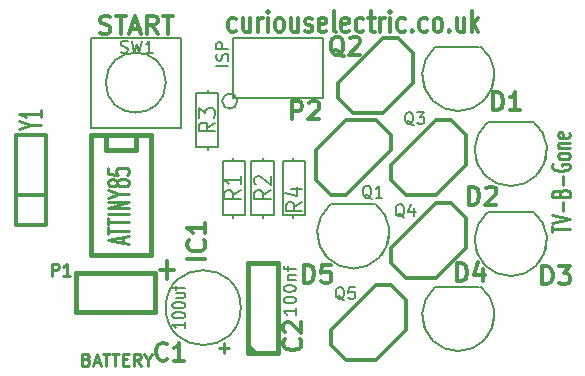
<source format=gto>
G04 #@! TF.FileFunction,Legend,Top*
%FSLAX46Y46*%
G04 Gerber Fmt 4.6, Leading zero omitted, Abs format (unit mm)*
G04 Created by KiCad (PCBNEW (2015-07-09 BZR 5913, Git 33e1797)-product) date 29/10/2015 17:07:08*
%MOMM*%
G01*
G04 APERTURE LIST*
%ADD10C,0.150000*%
%ADD11C,0.304800*%
%ADD12C,0.250190*%
%ADD13C,0.251460*%
%ADD14C,0.127000*%
%ADD15C,0.381000*%
%ADD16C,0.200000*%
%ADD17C,0.203200*%
%ADD18C,0.285750*%
%ADD19C,0.287020*%
%ADD20C,0.254000*%
%ADD21C,0.269240*%
G04 APERTURE END LIST*
D10*
D11*
X52886429Y-78123143D02*
X54047572Y-78123143D01*
X53467001Y-78897238D02*
X53467001Y-77349048D01*
X59281665Y-57878571D02*
X59148332Y-57964286D01*
X58881665Y-57964286D01*
X58748332Y-57878571D01*
X58681665Y-57792857D01*
X58614999Y-57621429D01*
X58614999Y-57107143D01*
X58681665Y-56935714D01*
X58748332Y-56850000D01*
X58881665Y-56764286D01*
X59148332Y-56764286D01*
X59281665Y-56850000D01*
X60481665Y-56764286D02*
X60481665Y-57964286D01*
X59881665Y-56764286D02*
X59881665Y-57707143D01*
X59948332Y-57878571D01*
X60081665Y-57964286D01*
X60281665Y-57964286D01*
X60414999Y-57878571D01*
X60481665Y-57792857D01*
X61148332Y-57964286D02*
X61148332Y-56764286D01*
X61148332Y-57107143D02*
X61214999Y-56935714D01*
X61281666Y-56850000D01*
X61414999Y-56764286D01*
X61548332Y-56764286D01*
X62014999Y-57964286D02*
X62014999Y-56764286D01*
X62014999Y-56164286D02*
X61948333Y-56250000D01*
X62014999Y-56335714D01*
X62081666Y-56250000D01*
X62014999Y-56164286D01*
X62014999Y-56335714D01*
X62881666Y-57964286D02*
X62748333Y-57878571D01*
X62681666Y-57792857D01*
X62615000Y-57621429D01*
X62615000Y-57107143D01*
X62681666Y-56935714D01*
X62748333Y-56850000D01*
X62881666Y-56764286D01*
X63081666Y-56764286D01*
X63215000Y-56850000D01*
X63281666Y-56935714D01*
X63348333Y-57107143D01*
X63348333Y-57621429D01*
X63281666Y-57792857D01*
X63215000Y-57878571D01*
X63081666Y-57964286D01*
X62881666Y-57964286D01*
X64548333Y-56764286D02*
X64548333Y-57964286D01*
X63948333Y-56764286D02*
X63948333Y-57707143D01*
X64015000Y-57878571D01*
X64148333Y-57964286D01*
X64348333Y-57964286D01*
X64481667Y-57878571D01*
X64548333Y-57792857D01*
X65148334Y-57878571D02*
X65281667Y-57964286D01*
X65548334Y-57964286D01*
X65681667Y-57878571D01*
X65748334Y-57707143D01*
X65748334Y-57621429D01*
X65681667Y-57450000D01*
X65548334Y-57364286D01*
X65348334Y-57364286D01*
X65215000Y-57278571D01*
X65148334Y-57107143D01*
X65148334Y-57021429D01*
X65215000Y-56850000D01*
X65348334Y-56764286D01*
X65548334Y-56764286D01*
X65681667Y-56850000D01*
X66881667Y-57878571D02*
X66748333Y-57964286D01*
X66481667Y-57964286D01*
X66348333Y-57878571D01*
X66281667Y-57707143D01*
X66281667Y-57021429D01*
X66348333Y-56850000D01*
X66481667Y-56764286D01*
X66748333Y-56764286D01*
X66881667Y-56850000D01*
X66948333Y-57021429D01*
X66948333Y-57192857D01*
X66281667Y-57364286D01*
X67748333Y-57964286D02*
X67615000Y-57878571D01*
X67548333Y-57707143D01*
X67548333Y-56164286D01*
X68815000Y-57878571D02*
X68681666Y-57964286D01*
X68415000Y-57964286D01*
X68281666Y-57878571D01*
X68215000Y-57707143D01*
X68215000Y-57021429D01*
X68281666Y-56850000D01*
X68415000Y-56764286D01*
X68681666Y-56764286D01*
X68815000Y-56850000D01*
X68881666Y-57021429D01*
X68881666Y-57192857D01*
X68215000Y-57364286D01*
X70081666Y-57878571D02*
X69948333Y-57964286D01*
X69681666Y-57964286D01*
X69548333Y-57878571D01*
X69481666Y-57792857D01*
X69415000Y-57621429D01*
X69415000Y-57107143D01*
X69481666Y-56935714D01*
X69548333Y-56850000D01*
X69681666Y-56764286D01*
X69948333Y-56764286D01*
X70081666Y-56850000D01*
X70481666Y-56764286D02*
X71015000Y-56764286D01*
X70681666Y-56164286D02*
X70681666Y-57707143D01*
X70748333Y-57878571D01*
X70881666Y-57964286D01*
X71015000Y-57964286D01*
X71481666Y-57964286D02*
X71481666Y-56764286D01*
X71481666Y-57107143D02*
X71548333Y-56935714D01*
X71615000Y-56850000D01*
X71748333Y-56764286D01*
X71881666Y-56764286D01*
X72348333Y-57964286D02*
X72348333Y-56764286D01*
X72348333Y-56164286D02*
X72281667Y-56250000D01*
X72348333Y-56335714D01*
X72415000Y-56250000D01*
X72348333Y-56164286D01*
X72348333Y-56335714D01*
X73615000Y-57878571D02*
X73481667Y-57964286D01*
X73215000Y-57964286D01*
X73081667Y-57878571D01*
X73015000Y-57792857D01*
X72948334Y-57621429D01*
X72948334Y-57107143D01*
X73015000Y-56935714D01*
X73081667Y-56850000D01*
X73215000Y-56764286D01*
X73481667Y-56764286D01*
X73615000Y-56850000D01*
X74215000Y-57792857D02*
X74281667Y-57878571D01*
X74215000Y-57964286D01*
X74148334Y-57878571D01*
X74215000Y-57792857D01*
X74215000Y-57964286D01*
X75481667Y-57878571D02*
X75348334Y-57964286D01*
X75081667Y-57964286D01*
X74948334Y-57878571D01*
X74881667Y-57792857D01*
X74815001Y-57621429D01*
X74815001Y-57107143D01*
X74881667Y-56935714D01*
X74948334Y-56850000D01*
X75081667Y-56764286D01*
X75348334Y-56764286D01*
X75481667Y-56850000D01*
X76281667Y-57964286D02*
X76148334Y-57878571D01*
X76081667Y-57792857D01*
X76015001Y-57621429D01*
X76015001Y-57107143D01*
X76081667Y-56935714D01*
X76148334Y-56850000D01*
X76281667Y-56764286D01*
X76481667Y-56764286D01*
X76615001Y-56850000D01*
X76681667Y-56935714D01*
X76748334Y-57107143D01*
X76748334Y-57621429D01*
X76681667Y-57792857D01*
X76615001Y-57878571D01*
X76481667Y-57964286D01*
X76281667Y-57964286D01*
X77348334Y-57792857D02*
X77415001Y-57878571D01*
X77348334Y-57964286D01*
X77281668Y-57878571D01*
X77348334Y-57792857D01*
X77348334Y-57964286D01*
X78615001Y-56764286D02*
X78615001Y-57964286D01*
X78015001Y-56764286D02*
X78015001Y-57707143D01*
X78081668Y-57878571D01*
X78215001Y-57964286D01*
X78415001Y-57964286D01*
X78548335Y-57878571D01*
X78615001Y-57792857D01*
X79281668Y-57964286D02*
X79281668Y-56164286D01*
X79415002Y-57278571D02*
X79815002Y-57964286D01*
X79815002Y-56764286D02*
X79281668Y-57450000D01*
D12*
X86045947Y-74900972D02*
X86045947Y-74329109D01*
X87547087Y-74615040D02*
X86045947Y-74615040D01*
X86045947Y-74138488D02*
X87547087Y-73804901D01*
X86045947Y-73471314D01*
X86975224Y-73137728D02*
X86975224Y-72375244D01*
X86760776Y-71565105D02*
X86832259Y-71422139D01*
X86903741Y-71374484D01*
X87046707Y-71326829D01*
X87261156Y-71326829D01*
X87404121Y-71374484D01*
X87475604Y-71422139D01*
X87547087Y-71517450D01*
X87547087Y-71898692D01*
X86045947Y-71898692D01*
X86045947Y-71565105D01*
X86117430Y-71469795D01*
X86188913Y-71422139D01*
X86331879Y-71374484D01*
X86474844Y-71374484D01*
X86617810Y-71422139D01*
X86689293Y-71469795D01*
X86760776Y-71565105D01*
X86760776Y-71898692D01*
X86975224Y-70897932D02*
X86975224Y-70135448D01*
X86117430Y-69134688D02*
X86045947Y-69229999D01*
X86045947Y-69372964D01*
X86117430Y-69515930D01*
X86260396Y-69611241D01*
X86403361Y-69658896D01*
X86689293Y-69706551D01*
X86903741Y-69706551D01*
X87189673Y-69658896D01*
X87332639Y-69611241D01*
X87475604Y-69515930D01*
X87547087Y-69372964D01*
X87547087Y-69277654D01*
X87475604Y-69134688D01*
X87404121Y-69087033D01*
X86903741Y-69087033D01*
X86903741Y-69277654D01*
X87547087Y-68515170D02*
X87475604Y-68610481D01*
X87404121Y-68658136D01*
X87261156Y-68705791D01*
X86832259Y-68705791D01*
X86689293Y-68658136D01*
X86617810Y-68610481D01*
X86546327Y-68515170D01*
X86546327Y-68372204D01*
X86617810Y-68276894D01*
X86689293Y-68229239D01*
X86832259Y-68181583D01*
X87261156Y-68181583D01*
X87404121Y-68229239D01*
X87475604Y-68276894D01*
X87547087Y-68372204D01*
X87547087Y-68515170D01*
X86546327Y-67752686D02*
X87547087Y-67752686D01*
X86689293Y-67752686D02*
X86617810Y-67705031D01*
X86546327Y-67609720D01*
X86546327Y-67466754D01*
X86617810Y-67371444D01*
X86760776Y-67323789D01*
X87547087Y-67323789D01*
X87475604Y-66465994D02*
X87547087Y-66561304D01*
X87547087Y-66751925D01*
X87475604Y-66847236D01*
X87332639Y-66894891D01*
X86760776Y-66894891D01*
X86617810Y-66847236D01*
X86546327Y-66751925D01*
X86546327Y-66561304D01*
X86617810Y-66465994D01*
X86760776Y-66418339D01*
X86903741Y-66418339D01*
X87046707Y-66894891D01*
D13*
D14*
X59690000Y-81280000D02*
G75*
G03X59690000Y-81280000I-3175000J0D01*
G01*
D15*
X60325000Y-85090000D02*
X62865000Y-85090000D01*
X62865000Y-85090000D02*
X62865000Y-77470000D01*
X62865000Y-77470000D02*
X60325000Y-77470000D01*
X60325000Y-77470000D02*
X60325000Y-85090000D01*
D11*
X60960000Y-85090000D02*
X60325000Y-84455000D01*
D16*
X76200000Y-59182000D02*
X76073000Y-59309000D01*
X76200000Y-59182000D02*
X79883000Y-59182000D01*
X80518000Y-63500000D02*
G75*
G03X80010000Y-59182000I-2413000J1905000D01*
G01*
X76073000Y-59309000D02*
G75*
G03X75819000Y-63627000I2032000J-2286000D01*
G01*
X78105000Y-64643000D02*
G75*
G03X81153000Y-61595000I0J3048000D01*
G01*
X75057000Y-61595000D02*
G75*
G03X78105000Y-64643000I3048000J0D01*
G01*
X80645000Y-65532000D02*
X80518000Y-65659000D01*
X80645000Y-65532000D02*
X84328000Y-65532000D01*
X84963000Y-69850000D02*
G75*
G03X84455000Y-65532000I-2413000J1905000D01*
G01*
X80518000Y-65659000D02*
G75*
G03X80264000Y-69977000I2032000J-2286000D01*
G01*
X82550000Y-70993000D02*
G75*
G03X85598000Y-67945000I0J3048000D01*
G01*
X79502000Y-67945000D02*
G75*
G03X82550000Y-70993000I3048000J0D01*
G01*
X80645000Y-73152000D02*
X80518000Y-73279000D01*
X80645000Y-73152000D02*
X84328000Y-73152000D01*
X84963000Y-77470000D02*
G75*
G03X84455000Y-73152000I-2413000J1905000D01*
G01*
X80518000Y-73279000D02*
G75*
G03X80264000Y-77597000I2032000J-2286000D01*
G01*
X82550000Y-78613000D02*
G75*
G03X85598000Y-75565000I0J3048000D01*
G01*
X79502000Y-75565000D02*
G75*
G03X82550000Y-78613000I3048000J0D01*
G01*
X76200000Y-79502000D02*
X76073000Y-79629000D01*
X76200000Y-79502000D02*
X79883000Y-79502000D01*
X80518000Y-83820000D02*
G75*
G03X80010000Y-79502000I-2413000J1905000D01*
G01*
X76073000Y-79629000D02*
G75*
G03X75819000Y-83947000I2032000J-2286000D01*
G01*
X78105000Y-84963000D02*
G75*
G03X81153000Y-81915000I0J3048000D01*
G01*
X75057000Y-81915000D02*
G75*
G03X78105000Y-84963000I3048000J0D01*
G01*
X67310000Y-72517000D02*
X67183000Y-72644000D01*
X67310000Y-72517000D02*
X70993000Y-72517000D01*
X71628000Y-76835000D02*
G75*
G03X71120000Y-72517000I-2413000J1905000D01*
G01*
X67183000Y-72644000D02*
G75*
G03X66929000Y-76962000I2032000J-2286000D01*
G01*
X69215000Y-77978000D02*
G75*
G03X72263000Y-74930000I0J3048000D01*
G01*
X66167000Y-74930000D02*
G75*
G03X69215000Y-77978000I3048000J0D01*
G01*
D15*
X50800000Y-66675000D02*
X50800000Y-67945000D01*
X50800000Y-67945000D02*
X48260000Y-67945000D01*
X48260000Y-67945000D02*
X48260000Y-66675000D01*
X52070000Y-66675000D02*
X52070000Y-76835000D01*
X52070000Y-76835000D02*
X46990000Y-76835000D01*
X46990000Y-76835000D02*
X46990000Y-66675000D01*
X46990000Y-66675000D02*
X52070000Y-66675000D01*
X52451000Y-78359000D02*
X45720000Y-78359000D01*
X45720000Y-78359000D02*
X45720000Y-81661000D01*
X45720000Y-81661000D02*
X52451000Y-81661000D01*
X52451000Y-81661000D02*
X52451000Y-78359000D01*
X45720000Y-81661000D02*
X45720000Y-78359000D01*
X52451000Y-78359000D02*
X52451000Y-81661000D01*
D16*
X59390000Y-63800000D02*
G75*
G03X59390000Y-63800000I-635000J0D01*
G01*
X59055000Y-58420000D02*
X66675000Y-58420000D01*
X66675000Y-58420000D02*
X66675000Y-63500000D01*
X66675000Y-63500000D02*
X59055000Y-63500000D01*
X59055000Y-63500000D02*
X59055000Y-58420000D01*
D11*
X68580000Y-71755000D02*
X72390000Y-67945000D01*
X72390000Y-67945000D02*
X72390000Y-66675000D01*
X72390000Y-66675000D02*
X71120000Y-65405000D01*
X71120000Y-65405000D02*
X68580000Y-65405000D01*
X68580000Y-65405000D02*
X66040000Y-67945000D01*
X66040000Y-67945000D02*
X66040000Y-70485000D01*
X66040000Y-70485000D02*
X67310000Y-71755000D01*
X67310000Y-71755000D02*
X68580000Y-71755000D01*
X71755000Y-58420000D02*
X67945000Y-62230000D01*
X67945000Y-62230000D02*
X67945000Y-63500000D01*
X67945000Y-63500000D02*
X69215000Y-64770000D01*
X69215000Y-64770000D02*
X71755000Y-64770000D01*
X71755000Y-64770000D02*
X74295000Y-62230000D01*
X74295000Y-62230000D02*
X74295000Y-59690000D01*
X74295000Y-59690000D02*
X73025000Y-58420000D01*
X73025000Y-58420000D02*
X71755000Y-58420000D01*
X76200000Y-65405000D02*
X72390000Y-69215000D01*
X72390000Y-69215000D02*
X72390000Y-70485000D01*
X72390000Y-70485000D02*
X73660000Y-71755000D01*
X73660000Y-71755000D02*
X76200000Y-71755000D01*
X76200000Y-71755000D02*
X78740000Y-69215000D01*
X78740000Y-69215000D02*
X78740000Y-66675000D01*
X78740000Y-66675000D02*
X77470000Y-65405000D01*
X77470000Y-65405000D02*
X76200000Y-65405000D01*
X76200000Y-72390000D02*
X72390000Y-76200000D01*
X72390000Y-76200000D02*
X72390000Y-77470000D01*
X72390000Y-77470000D02*
X73660000Y-78740000D01*
X73660000Y-78740000D02*
X76200000Y-78740000D01*
X76200000Y-78740000D02*
X78740000Y-76200000D01*
X78740000Y-76200000D02*
X78740000Y-73660000D01*
X78740000Y-73660000D02*
X77470000Y-72390000D01*
X77470000Y-72390000D02*
X76200000Y-72390000D01*
X71120000Y-79375000D02*
X67310000Y-83185000D01*
X67310000Y-83185000D02*
X67310000Y-84455000D01*
X67310000Y-84455000D02*
X68580000Y-85725000D01*
X68580000Y-85725000D02*
X71120000Y-85725000D01*
X71120000Y-85725000D02*
X73660000Y-83185000D01*
X73660000Y-83185000D02*
X73660000Y-80645000D01*
X73660000Y-80645000D02*
X72390000Y-79375000D01*
X72390000Y-79375000D02*
X71120000Y-79375000D01*
D16*
X59055000Y-68834000D02*
X59055000Y-68580000D01*
X59055000Y-73406000D02*
X59055000Y-73660000D01*
X60071000Y-68834000D02*
X58166000Y-68834000D01*
X58166000Y-68834000D02*
X58166000Y-73406000D01*
X58166000Y-73406000D02*
X60071000Y-73406000D01*
X60071000Y-73406000D02*
X60071000Y-68834000D01*
X61595000Y-73406000D02*
X61595000Y-73660000D01*
X61595000Y-68834000D02*
X61595000Y-68580000D01*
X60579000Y-73406000D02*
X62484000Y-73406000D01*
X62484000Y-73406000D02*
X62484000Y-68834000D01*
X62484000Y-68834000D02*
X60579000Y-68834000D01*
X60579000Y-68834000D02*
X60579000Y-73406000D01*
X56896000Y-67691000D02*
X56896000Y-67945000D01*
X56896000Y-63119000D02*
X56896000Y-62865000D01*
X55880000Y-67691000D02*
X57785000Y-67691000D01*
X57785000Y-67691000D02*
X57785000Y-63119000D01*
X57785000Y-63119000D02*
X55880000Y-63119000D01*
X55880000Y-63119000D02*
X55880000Y-67691000D01*
X64135000Y-68834000D02*
X64135000Y-68580000D01*
X64135000Y-73406000D02*
X64135000Y-73660000D01*
X65151000Y-68834000D02*
X63246000Y-68834000D01*
X63246000Y-68834000D02*
X63246000Y-73406000D01*
X63246000Y-73406000D02*
X65151000Y-73406000D01*
X65151000Y-73406000D02*
X65151000Y-68834000D01*
D14*
X53340000Y-62230000D02*
G75*
G03X53340000Y-62230000I-2540000J0D01*
G01*
X46990000Y-58420000D02*
X54610000Y-58420000D01*
X54610000Y-58420000D02*
X54610000Y-66040000D01*
X54610000Y-66040000D02*
X46990000Y-66040000D01*
X46990000Y-58420000D02*
X46990000Y-66040000D01*
D11*
X43180000Y-74295000D02*
X40640000Y-74295000D01*
X40640000Y-74295000D02*
X40640000Y-66675000D01*
X40640000Y-66675000D02*
X43180000Y-66675000D01*
X43180000Y-66675000D02*
X43180000Y-74295000D01*
X40640000Y-71755000D02*
X43180000Y-71755000D01*
X53467000Y-85634286D02*
X53394429Y-85706857D01*
X53176715Y-85779429D01*
X53031572Y-85779429D01*
X52813857Y-85706857D01*
X52668715Y-85561714D01*
X52596143Y-85416571D01*
X52523572Y-85126286D01*
X52523572Y-84908571D01*
X52596143Y-84618286D01*
X52668715Y-84473143D01*
X52813857Y-84328000D01*
X53031572Y-84255429D01*
X53176715Y-84255429D01*
X53394429Y-84328000D01*
X53467000Y-84400571D01*
X54918429Y-85779429D02*
X54047572Y-85779429D01*
X54483000Y-85779429D02*
X54483000Y-84255429D01*
X54337857Y-84473143D01*
X54192715Y-84618286D01*
X54047572Y-84690857D01*
D17*
X55000071Y-82528834D02*
X55000071Y-83036834D01*
X55000071Y-82782834D02*
X53857071Y-82782834D01*
X54020357Y-82867500D01*
X54129214Y-82952167D01*
X54183643Y-83036834D01*
X53857071Y-81978500D02*
X53857071Y-81893833D01*
X53911500Y-81809167D01*
X53965929Y-81766833D01*
X54074786Y-81724500D01*
X54292500Y-81682167D01*
X54564643Y-81682167D01*
X54782357Y-81724500D01*
X54891214Y-81766833D01*
X54945643Y-81809167D01*
X55000071Y-81893833D01*
X55000071Y-81978500D01*
X54945643Y-82063167D01*
X54891214Y-82105500D01*
X54782357Y-82147833D01*
X54564643Y-82190167D01*
X54292500Y-82190167D01*
X54074786Y-82147833D01*
X53965929Y-82105500D01*
X53911500Y-82063167D01*
X53857071Y-81978500D01*
X53857071Y-81131833D02*
X53857071Y-81047166D01*
X53911500Y-80962500D01*
X53965929Y-80920166D01*
X54074786Y-80877833D01*
X54292500Y-80835500D01*
X54564643Y-80835500D01*
X54782357Y-80877833D01*
X54891214Y-80920166D01*
X54945643Y-80962500D01*
X55000071Y-81047166D01*
X55000071Y-81131833D01*
X54945643Y-81216500D01*
X54891214Y-81258833D01*
X54782357Y-81301166D01*
X54564643Y-81343500D01*
X54292500Y-81343500D01*
X54074786Y-81301166D01*
X53965929Y-81258833D01*
X53911500Y-81216500D01*
X53857071Y-81131833D01*
X54238071Y-80073499D02*
X55000071Y-80073499D01*
X54238071Y-80454499D02*
X54836786Y-80454499D01*
X54945643Y-80412166D01*
X55000071Y-80327499D01*
X55000071Y-80200499D01*
X54945643Y-80115833D01*
X54891214Y-80073499D01*
X54238071Y-79777166D02*
X54238071Y-79438500D01*
X55000071Y-79650166D02*
X54020357Y-79650166D01*
X53911500Y-79607833D01*
X53857071Y-79523166D01*
X53857071Y-79438500D01*
D18*
X58247643Y-85144428D02*
X58247643Y-84273571D01*
X58683071Y-84709000D02*
X57812214Y-84709000D01*
D19*
D11*
X64679286Y-83947000D02*
X64751857Y-84019571D01*
X64824429Y-84237285D01*
X64824429Y-84382428D01*
X64751857Y-84600143D01*
X64606714Y-84745285D01*
X64461571Y-84817857D01*
X64171286Y-84890428D01*
X63953571Y-84890428D01*
X63663286Y-84817857D01*
X63518143Y-84745285D01*
X63373000Y-84600143D01*
X63300429Y-84382428D01*
X63300429Y-84237285D01*
X63373000Y-84019571D01*
X63445571Y-83947000D01*
X63445571Y-83366428D02*
X63373000Y-83293857D01*
X63300429Y-83148714D01*
X63300429Y-82785857D01*
X63373000Y-82640714D01*
X63445571Y-82568143D01*
X63590714Y-82495571D01*
X63735857Y-82495571D01*
X63953571Y-82568143D01*
X64824429Y-83439000D01*
X64824429Y-82495571D01*
D17*
X64340619Y-81310238D02*
X64340619Y-81890809D01*
X64340619Y-81600523D02*
X63324619Y-81600523D01*
X63469762Y-81697285D01*
X63566524Y-81794047D01*
X63614905Y-81890809D01*
X63324619Y-80681285D02*
X63324619Y-80584524D01*
X63373000Y-80487762D01*
X63421381Y-80439381D01*
X63518143Y-80391000D01*
X63711667Y-80342619D01*
X63953571Y-80342619D01*
X64147095Y-80391000D01*
X64243857Y-80439381D01*
X64292238Y-80487762D01*
X64340619Y-80584524D01*
X64340619Y-80681285D01*
X64292238Y-80778047D01*
X64243857Y-80826428D01*
X64147095Y-80874809D01*
X63953571Y-80923190D01*
X63711667Y-80923190D01*
X63518143Y-80874809D01*
X63421381Y-80826428D01*
X63373000Y-80778047D01*
X63324619Y-80681285D01*
X63324619Y-79713666D02*
X63324619Y-79616905D01*
X63373000Y-79520143D01*
X63421381Y-79471762D01*
X63518143Y-79423381D01*
X63711667Y-79375000D01*
X63953571Y-79375000D01*
X64147095Y-79423381D01*
X64243857Y-79471762D01*
X64292238Y-79520143D01*
X64340619Y-79616905D01*
X64340619Y-79713666D01*
X64292238Y-79810428D01*
X64243857Y-79858809D01*
X64147095Y-79907190D01*
X63953571Y-79955571D01*
X63711667Y-79955571D01*
X63518143Y-79907190D01*
X63421381Y-79858809D01*
X63373000Y-79810428D01*
X63324619Y-79713666D01*
X63663286Y-78939571D02*
X64340619Y-78939571D01*
X63760048Y-78939571D02*
X63711667Y-78891190D01*
X63663286Y-78794428D01*
X63663286Y-78649286D01*
X63711667Y-78552524D01*
X63808429Y-78504143D01*
X64340619Y-78504143D01*
X63663286Y-78165476D02*
X63663286Y-77778428D01*
X64340619Y-78020333D02*
X63469762Y-78020333D01*
X63373000Y-77971952D01*
X63324619Y-77875190D01*
X63324619Y-77778428D01*
D11*
X81044143Y-64570429D02*
X81044143Y-63046429D01*
X81407000Y-63046429D01*
X81624715Y-63119000D01*
X81769857Y-63264143D01*
X81842429Y-63409286D01*
X81915000Y-63699571D01*
X81915000Y-63917286D01*
X81842429Y-64207571D01*
X81769857Y-64352714D01*
X81624715Y-64497857D01*
X81407000Y-64570429D01*
X81044143Y-64570429D01*
X83366429Y-64570429D02*
X82495572Y-64570429D01*
X82931000Y-64570429D02*
X82931000Y-63046429D01*
X82785857Y-63264143D01*
X82640715Y-63409286D01*
X82495572Y-63481857D01*
X79012143Y-72571429D02*
X79012143Y-71047429D01*
X79375000Y-71047429D01*
X79592715Y-71120000D01*
X79737857Y-71265143D01*
X79810429Y-71410286D01*
X79883000Y-71700571D01*
X79883000Y-71918286D01*
X79810429Y-72208571D01*
X79737857Y-72353714D01*
X79592715Y-72498857D01*
X79375000Y-72571429D01*
X79012143Y-72571429D01*
X80463572Y-71192571D02*
X80536143Y-71120000D01*
X80681286Y-71047429D01*
X81044143Y-71047429D01*
X81189286Y-71120000D01*
X81261857Y-71192571D01*
X81334429Y-71337714D01*
X81334429Y-71482857D01*
X81261857Y-71700571D01*
X80391000Y-72571429D01*
X81334429Y-72571429D01*
X85235143Y-79302429D02*
X85235143Y-77778429D01*
X85598000Y-77778429D01*
X85815715Y-77851000D01*
X85960857Y-77996143D01*
X86033429Y-78141286D01*
X86106000Y-78431571D01*
X86106000Y-78649286D01*
X86033429Y-78939571D01*
X85960857Y-79084714D01*
X85815715Y-79229857D01*
X85598000Y-79302429D01*
X85235143Y-79302429D01*
X86614000Y-77778429D02*
X87557429Y-77778429D01*
X87049429Y-78359000D01*
X87267143Y-78359000D01*
X87412286Y-78431571D01*
X87484857Y-78504143D01*
X87557429Y-78649286D01*
X87557429Y-79012143D01*
X87484857Y-79157286D01*
X87412286Y-79229857D01*
X87267143Y-79302429D01*
X86831715Y-79302429D01*
X86686572Y-79229857D01*
X86614000Y-79157286D01*
X77996143Y-79048429D02*
X77996143Y-77524429D01*
X78359000Y-77524429D01*
X78576715Y-77597000D01*
X78721857Y-77742143D01*
X78794429Y-77887286D01*
X78867000Y-78177571D01*
X78867000Y-78395286D01*
X78794429Y-78685571D01*
X78721857Y-78830714D01*
X78576715Y-78975857D01*
X78359000Y-79048429D01*
X77996143Y-79048429D01*
X80173286Y-78032429D02*
X80173286Y-79048429D01*
X79810429Y-77451857D02*
X79447572Y-78540429D01*
X80391000Y-78540429D01*
X65042143Y-79175429D02*
X65042143Y-77651429D01*
X65405000Y-77651429D01*
X65622715Y-77724000D01*
X65767857Y-77869143D01*
X65840429Y-78014286D01*
X65913000Y-78304571D01*
X65913000Y-78522286D01*
X65840429Y-78812571D01*
X65767857Y-78957714D01*
X65622715Y-79102857D01*
X65405000Y-79175429D01*
X65042143Y-79175429D01*
X67291857Y-77651429D02*
X66566143Y-77651429D01*
X66493572Y-78377143D01*
X66566143Y-78304571D01*
X66711286Y-78232000D01*
X67074143Y-78232000D01*
X67219286Y-78304571D01*
X67291857Y-78377143D01*
X67364429Y-78522286D01*
X67364429Y-78885143D01*
X67291857Y-79030286D01*
X67219286Y-79102857D01*
X67074143Y-79175429D01*
X66711286Y-79175429D01*
X66566143Y-79102857D01*
X66493572Y-79030286D01*
X56696429Y-77179714D02*
X55172429Y-77179714D01*
X56551286Y-75583143D02*
X56623857Y-75655714D01*
X56696429Y-75873428D01*
X56696429Y-76018571D01*
X56623857Y-76236286D01*
X56478714Y-76381428D01*
X56333571Y-76454000D01*
X56043286Y-76526571D01*
X55825571Y-76526571D01*
X55535286Y-76454000D01*
X55390143Y-76381428D01*
X55245000Y-76236286D01*
X55172429Y-76018571D01*
X55172429Y-75873428D01*
X55245000Y-75655714D01*
X55317571Y-75583143D01*
X56696429Y-74131714D02*
X56696429Y-75002571D01*
X56696429Y-74567143D02*
X55172429Y-74567143D01*
X55390143Y-74712286D01*
X55535286Y-74857428D01*
X55607857Y-75002571D01*
D20*
X49699333Y-75837142D02*
X49699333Y-75353333D01*
X50207333Y-75933904D02*
X48429333Y-75595237D01*
X50207333Y-75256571D01*
X48429333Y-75063047D02*
X48429333Y-74482476D01*
X50207333Y-74772761D02*
X48429333Y-74772761D01*
X48429333Y-74288952D02*
X48429333Y-73708381D01*
X50207333Y-73998666D02*
X48429333Y-73998666D01*
X50207333Y-73369714D02*
X48429333Y-73369714D01*
X50207333Y-72885904D02*
X48429333Y-72885904D01*
X50207333Y-72305333D01*
X48429333Y-72305333D01*
X49360667Y-71627999D02*
X50207333Y-71627999D01*
X48429333Y-71966666D02*
X49360667Y-71627999D01*
X48429333Y-71289333D01*
X49191333Y-70805523D02*
X49106667Y-70902285D01*
X49022000Y-70950666D01*
X48852667Y-70999047D01*
X48768000Y-70999047D01*
X48598667Y-70950666D01*
X48514000Y-70902285D01*
X48429333Y-70805523D01*
X48429333Y-70612000D01*
X48514000Y-70515238D01*
X48598667Y-70466857D01*
X48768000Y-70418476D01*
X48852667Y-70418476D01*
X49022000Y-70466857D01*
X49106667Y-70515238D01*
X49191333Y-70612000D01*
X49191333Y-70805523D01*
X49276000Y-70902285D01*
X49360667Y-70950666D01*
X49530000Y-70999047D01*
X49868667Y-70999047D01*
X50038000Y-70950666D01*
X50122667Y-70902285D01*
X50207333Y-70805523D01*
X50207333Y-70612000D01*
X50122667Y-70515238D01*
X50038000Y-70466857D01*
X49868667Y-70418476D01*
X49530000Y-70418476D01*
X49360667Y-70466857D01*
X49276000Y-70515238D01*
X49191333Y-70612000D01*
X48429333Y-69499238D02*
X48429333Y-69983047D01*
X49276000Y-70031428D01*
X49191333Y-69983047D01*
X49106667Y-69886285D01*
X49106667Y-69644381D01*
X49191333Y-69547619D01*
X49276000Y-69499238D01*
X49445333Y-69450857D01*
X49868667Y-69450857D01*
X50038000Y-69499238D01*
X50122667Y-69547619D01*
X50207333Y-69644381D01*
X50207333Y-69886285D01*
X50122667Y-69983047D01*
X50038000Y-70031428D01*
X43700096Y-78564619D02*
X43700096Y-77548619D01*
X44087143Y-77548619D01*
X44183905Y-77597000D01*
X44232286Y-77645381D01*
X44280667Y-77742143D01*
X44280667Y-77887286D01*
X44232286Y-77984048D01*
X44183905Y-78032429D01*
X44087143Y-78080810D01*
X43700096Y-78080810D01*
X45248286Y-78564619D02*
X44667715Y-78564619D01*
X44958001Y-78564619D02*
X44958001Y-77548619D01*
X44861239Y-77693762D01*
X44764477Y-77790524D01*
X44667715Y-77838905D01*
X46609000Y-85652429D02*
X46754143Y-85700810D01*
X46802524Y-85749190D01*
X46850905Y-85845952D01*
X46850905Y-85991095D01*
X46802524Y-86087857D01*
X46754143Y-86136238D01*
X46657381Y-86184619D01*
X46270334Y-86184619D01*
X46270334Y-85168619D01*
X46609000Y-85168619D01*
X46705762Y-85217000D01*
X46754143Y-85265381D01*
X46802524Y-85362143D01*
X46802524Y-85458905D01*
X46754143Y-85555667D01*
X46705762Y-85604048D01*
X46609000Y-85652429D01*
X46270334Y-85652429D01*
X47237953Y-85894333D02*
X47721762Y-85894333D01*
X47141191Y-86184619D02*
X47479858Y-85168619D01*
X47818524Y-86184619D01*
X48012048Y-85168619D02*
X48592619Y-85168619D01*
X48302334Y-86184619D02*
X48302334Y-85168619D01*
X48786143Y-85168619D02*
X49366714Y-85168619D01*
X49076429Y-86184619D02*
X49076429Y-85168619D01*
X49705381Y-85652429D02*
X50044047Y-85652429D01*
X50189190Y-86184619D02*
X49705381Y-86184619D01*
X49705381Y-85168619D01*
X50189190Y-85168619D01*
X51205190Y-86184619D02*
X50866524Y-85700810D01*
X50624619Y-86184619D02*
X50624619Y-85168619D01*
X51011666Y-85168619D01*
X51108428Y-85217000D01*
X51156809Y-85265381D01*
X51205190Y-85362143D01*
X51205190Y-85507286D01*
X51156809Y-85604048D01*
X51108428Y-85652429D01*
X51011666Y-85700810D01*
X50624619Y-85700810D01*
X51834143Y-85700810D02*
X51834143Y-86184619D01*
X51495476Y-85168619D02*
X51834143Y-85700810D01*
X52172809Y-85168619D01*
D11*
X64026143Y-65332429D02*
X64026143Y-63808429D01*
X64606715Y-63808429D01*
X64751857Y-63881000D01*
X64824429Y-63953571D01*
X64897000Y-64098714D01*
X64897000Y-64316429D01*
X64824429Y-64461571D01*
X64751857Y-64534143D01*
X64606715Y-64606714D01*
X64026143Y-64606714D01*
X65477572Y-63953571D02*
X65550143Y-63881000D01*
X65695286Y-63808429D01*
X66058143Y-63808429D01*
X66203286Y-63881000D01*
X66275857Y-63953571D01*
X66348429Y-64098714D01*
X66348429Y-64243857D01*
X66275857Y-64461571D01*
X65405000Y-65332429D01*
X66348429Y-65332429D01*
D10*
X58618381Y-60793190D02*
X57618381Y-60793190D01*
X58570762Y-60364619D02*
X58618381Y-60221762D01*
X58618381Y-59983666D01*
X58570762Y-59888428D01*
X58523143Y-59840809D01*
X58427905Y-59793190D01*
X58332667Y-59793190D01*
X58237429Y-59840809D01*
X58189810Y-59888428D01*
X58142190Y-59983666D01*
X58094571Y-60174143D01*
X58046952Y-60269381D01*
X57999333Y-60317000D01*
X57904095Y-60364619D01*
X57808857Y-60364619D01*
X57713619Y-60317000D01*
X57666000Y-60269381D01*
X57618381Y-60174143D01*
X57618381Y-59936047D01*
X57666000Y-59793190D01*
X58618381Y-59364619D02*
X57618381Y-59364619D01*
X57618381Y-58983666D01*
X57666000Y-58888428D01*
X57713619Y-58840809D01*
X57808857Y-58793190D01*
X57951714Y-58793190D01*
X58046952Y-58840809D01*
X58094571Y-58888428D01*
X58142190Y-58983666D01*
X58142190Y-59364619D01*
D17*
X70769238Y-72057381D02*
X70672476Y-72009000D01*
X70575714Y-71912238D01*
X70430571Y-71767095D01*
X70333810Y-71718714D01*
X70237048Y-71718714D01*
X70285429Y-71960619D02*
X70188667Y-71912238D01*
X70091905Y-71815476D01*
X70043524Y-71621952D01*
X70043524Y-71283286D01*
X70091905Y-71089762D01*
X70188667Y-70993000D01*
X70285429Y-70944619D01*
X70478952Y-70944619D01*
X70575714Y-70993000D01*
X70672476Y-71089762D01*
X70720857Y-71283286D01*
X70720857Y-71621952D01*
X70672476Y-71815476D01*
X70575714Y-71912238D01*
X70478952Y-71960619D01*
X70285429Y-71960619D01*
X71688476Y-71960619D02*
X71107905Y-71960619D01*
X71398191Y-71960619D02*
X71398191Y-70944619D01*
X71301429Y-71089762D01*
X71204667Y-71186524D01*
X71107905Y-71234905D01*
D11*
X68434857Y-60016571D02*
X68289714Y-59944000D01*
X68144571Y-59798857D01*
X67926857Y-59581143D01*
X67781714Y-59508571D01*
X67636571Y-59508571D01*
X67709143Y-59871429D02*
X67564000Y-59798857D01*
X67418857Y-59653714D01*
X67346286Y-59363429D01*
X67346286Y-58855429D01*
X67418857Y-58565143D01*
X67564000Y-58420000D01*
X67709143Y-58347429D01*
X67999429Y-58347429D01*
X68144571Y-58420000D01*
X68289714Y-58565143D01*
X68362286Y-58855429D01*
X68362286Y-59363429D01*
X68289714Y-59653714D01*
X68144571Y-59798857D01*
X67999429Y-59871429D01*
X67709143Y-59871429D01*
X68942857Y-58492571D02*
X69015428Y-58420000D01*
X69160571Y-58347429D01*
X69523428Y-58347429D01*
X69668571Y-58420000D01*
X69741142Y-58492571D01*
X69813714Y-58637714D01*
X69813714Y-58782857D01*
X69741142Y-59000571D01*
X68870285Y-59871429D01*
X69813714Y-59871429D01*
D17*
X74325238Y-65834381D02*
X74228476Y-65786000D01*
X74131714Y-65689238D01*
X73986571Y-65544095D01*
X73889810Y-65495714D01*
X73793048Y-65495714D01*
X73841429Y-65737619D02*
X73744667Y-65689238D01*
X73647905Y-65592476D01*
X73599524Y-65398952D01*
X73599524Y-65060286D01*
X73647905Y-64866762D01*
X73744667Y-64770000D01*
X73841429Y-64721619D01*
X74034952Y-64721619D01*
X74131714Y-64770000D01*
X74228476Y-64866762D01*
X74276857Y-65060286D01*
X74276857Y-65398952D01*
X74228476Y-65592476D01*
X74131714Y-65689238D01*
X74034952Y-65737619D01*
X73841429Y-65737619D01*
X74615524Y-64721619D02*
X75244476Y-64721619D01*
X74905810Y-65108667D01*
X75050952Y-65108667D01*
X75147714Y-65157048D01*
X75196095Y-65205429D01*
X75244476Y-65302190D01*
X75244476Y-65544095D01*
X75196095Y-65640857D01*
X75147714Y-65689238D01*
X75050952Y-65737619D01*
X74760667Y-65737619D01*
X74663905Y-65689238D01*
X74615524Y-65640857D01*
X73550538Y-73657581D02*
X73453776Y-73609200D01*
X73357014Y-73512438D01*
X73211871Y-73367295D01*
X73115110Y-73318914D01*
X73018348Y-73318914D01*
X73066729Y-73560819D02*
X72969967Y-73512438D01*
X72873205Y-73415676D01*
X72824824Y-73222152D01*
X72824824Y-72883486D01*
X72873205Y-72689962D01*
X72969967Y-72593200D01*
X73066729Y-72544819D01*
X73260252Y-72544819D01*
X73357014Y-72593200D01*
X73453776Y-72689962D01*
X73502157Y-72883486D01*
X73502157Y-73222152D01*
X73453776Y-73415676D01*
X73357014Y-73512438D01*
X73260252Y-73560819D01*
X73066729Y-73560819D01*
X74373014Y-72883486D02*
X74373014Y-73560819D01*
X74131110Y-72496438D02*
X73889205Y-73222152D01*
X74518157Y-73222152D01*
X68470538Y-80642581D02*
X68373776Y-80594200D01*
X68277014Y-80497438D01*
X68131871Y-80352295D01*
X68035110Y-80303914D01*
X67938348Y-80303914D01*
X67986729Y-80545819D02*
X67889967Y-80497438D01*
X67793205Y-80400676D01*
X67744824Y-80207152D01*
X67744824Y-79868486D01*
X67793205Y-79674962D01*
X67889967Y-79578200D01*
X67986729Y-79529819D01*
X68180252Y-79529819D01*
X68277014Y-79578200D01*
X68373776Y-79674962D01*
X68422157Y-79868486D01*
X68422157Y-80207152D01*
X68373776Y-80400676D01*
X68277014Y-80497438D01*
X68180252Y-80545819D01*
X67986729Y-80545819D01*
X69341395Y-79529819D02*
X68857586Y-79529819D01*
X68809205Y-80013629D01*
X68857586Y-79965248D01*
X68954348Y-79916867D01*
X69196252Y-79916867D01*
X69293014Y-79965248D01*
X69341395Y-80013629D01*
X69389776Y-80110390D01*
X69389776Y-80352295D01*
X69341395Y-80449057D01*
X69293014Y-80497438D01*
X69196252Y-80545819D01*
X68954348Y-80545819D01*
X68857586Y-80497438D01*
X68809205Y-80449057D01*
X59686976Y-71331667D02*
X59021738Y-71755000D01*
X59686976Y-72057381D02*
X58289976Y-72057381D01*
X58289976Y-71573572D01*
X58356500Y-71452619D01*
X58423024Y-71392143D01*
X58556071Y-71331667D01*
X58755643Y-71331667D01*
X58888690Y-71392143D01*
X58955214Y-71452619D01*
X59021738Y-71573572D01*
X59021738Y-72057381D01*
X59686976Y-70122143D02*
X59686976Y-70847857D01*
X59686976Y-70485000D02*
X58289976Y-70485000D01*
X58489548Y-70605952D01*
X58622595Y-70726905D01*
X58689119Y-70847857D01*
X62226976Y-71331667D02*
X61561738Y-71755000D01*
X62226976Y-72057381D02*
X60829976Y-72057381D01*
X60829976Y-71573572D01*
X60896500Y-71452619D01*
X60963024Y-71392143D01*
X61096071Y-71331667D01*
X61295643Y-71331667D01*
X61428690Y-71392143D01*
X61495214Y-71452619D01*
X61561738Y-71573572D01*
X61561738Y-72057381D01*
X60963024Y-70847857D02*
X60896500Y-70787381D01*
X60829976Y-70666429D01*
X60829976Y-70364048D01*
X60896500Y-70243095D01*
X60963024Y-70182619D01*
X61096071Y-70122143D01*
X61229119Y-70122143D01*
X61428690Y-70182619D01*
X62226976Y-70908333D01*
X62226976Y-70122143D01*
X57527976Y-65616667D02*
X56862738Y-66040000D01*
X57527976Y-66342381D02*
X56130976Y-66342381D01*
X56130976Y-65858572D01*
X56197500Y-65737619D01*
X56264024Y-65677143D01*
X56397071Y-65616667D01*
X56596643Y-65616667D01*
X56729690Y-65677143D01*
X56796214Y-65737619D01*
X56862738Y-65858572D01*
X56862738Y-66342381D01*
X56130976Y-65193333D02*
X56130976Y-64407143D01*
X56663167Y-64830476D01*
X56663167Y-64649048D01*
X56729690Y-64528095D01*
X56796214Y-64467619D01*
X56929262Y-64407143D01*
X57261881Y-64407143D01*
X57394929Y-64467619D01*
X57461452Y-64528095D01*
X57527976Y-64649048D01*
X57527976Y-65011905D01*
X57461452Y-65132857D01*
X57394929Y-65193333D01*
X64893976Y-72347667D02*
X64228738Y-72771000D01*
X64893976Y-73073381D02*
X63496976Y-73073381D01*
X63496976Y-72589572D01*
X63563500Y-72468619D01*
X63630024Y-72408143D01*
X63763071Y-72347667D01*
X63962643Y-72347667D01*
X64095690Y-72408143D01*
X64162214Y-72468619D01*
X64228738Y-72589572D01*
X64228738Y-73073381D01*
X63962643Y-71259095D02*
X64893976Y-71259095D01*
X63430452Y-71561476D02*
X64428310Y-71863857D01*
X64428310Y-71077667D01*
X49521534Y-59644038D02*
X49666677Y-59692419D01*
X49908581Y-59692419D01*
X50005343Y-59644038D01*
X50053724Y-59595657D01*
X50102105Y-59498895D01*
X50102105Y-59402133D01*
X50053724Y-59305371D01*
X50005343Y-59256990D01*
X49908581Y-59208610D01*
X49715058Y-59160229D01*
X49618296Y-59111848D01*
X49569915Y-59063467D01*
X49521534Y-58966705D01*
X49521534Y-58869943D01*
X49569915Y-58773181D01*
X49618296Y-58724800D01*
X49715058Y-58676419D01*
X49956962Y-58676419D01*
X50102105Y-58724800D01*
X50440772Y-58676419D02*
X50682677Y-59692419D01*
X50876200Y-58966705D01*
X51069724Y-59692419D01*
X51311629Y-58676419D01*
X52230867Y-59692419D02*
X51650296Y-59692419D01*
X51940582Y-59692419D02*
X51940582Y-58676419D01*
X51843820Y-58821562D01*
X51747058Y-58918324D01*
X51650296Y-58966705D01*
D11*
X47788286Y-58020857D02*
X48006000Y-58093429D01*
X48368857Y-58093429D01*
X48514000Y-58020857D01*
X48586571Y-57948286D01*
X48659143Y-57803143D01*
X48659143Y-57658000D01*
X48586571Y-57512857D01*
X48514000Y-57440286D01*
X48368857Y-57367714D01*
X48078571Y-57295143D01*
X47933429Y-57222571D01*
X47860857Y-57150000D01*
X47788286Y-57004857D01*
X47788286Y-56859714D01*
X47860857Y-56714571D01*
X47933429Y-56642000D01*
X48078571Y-56569429D01*
X48441429Y-56569429D01*
X48659143Y-56642000D01*
X49094572Y-56569429D02*
X49965429Y-56569429D01*
X49530000Y-58093429D02*
X49530000Y-56569429D01*
X50400858Y-57658000D02*
X51126572Y-57658000D01*
X50255715Y-58093429D02*
X50763715Y-56569429D01*
X51271715Y-58093429D01*
X52650572Y-58093429D02*
X52142572Y-57367714D01*
X51779715Y-58093429D02*
X51779715Y-56569429D01*
X52360287Y-56569429D01*
X52505429Y-56642000D01*
X52578001Y-56714571D01*
X52650572Y-56859714D01*
X52650572Y-57077429D01*
X52578001Y-57222571D01*
X52505429Y-57295143D01*
X52360287Y-57367714D01*
X51779715Y-57367714D01*
X53086001Y-56569429D02*
X53956858Y-56569429D01*
X53521429Y-58093429D02*
X53521429Y-56569429D01*
D21*
X41892764Y-65828938D02*
X42745479Y-65828938D01*
X40954779Y-66187924D02*
X41892764Y-65828938D01*
X40954779Y-65469951D01*
X42745479Y-64546842D02*
X42745479Y-65162248D01*
X42745479Y-64854545D02*
X40954779Y-64854545D01*
X41210593Y-64957113D01*
X41381136Y-65059680D01*
X41466407Y-65162248D01*
M02*

</source>
